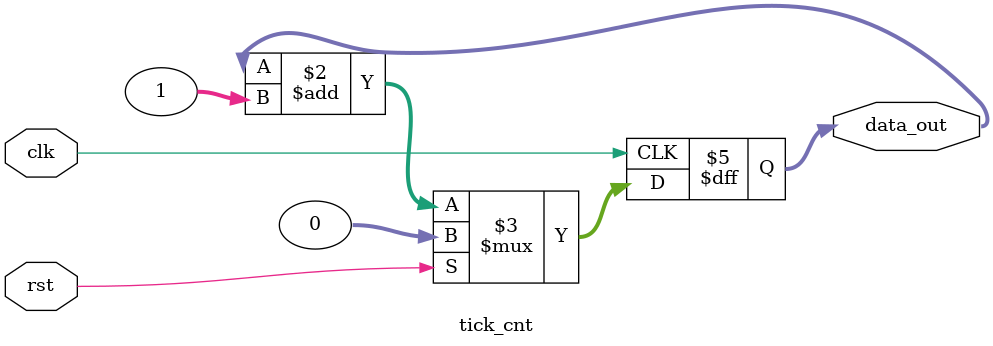
<source format=v>
module tick_cnt(
    input wire clk,
    input wire rst,
    output reg [31:0] data_out
);

always @(posedge clk ) begin
    data_out <= data_out + 32'd1;
    
    if(rst) begin
        data_out <= 32'd0;
    end
end

endmodule // tick_cnt
</source>
